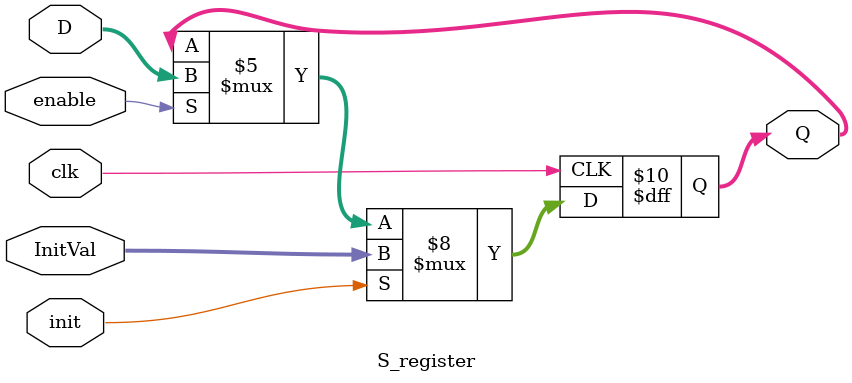
<source format=v>

module S_register(
input wire clk,
input wire [31:0]InitVal,
input wire [31:0]D,
output reg [31:0]Q,
input wire enable,
input wire init
);

always @(posedge clk)
begin
	if (init == 1'b1)
	begin
		Q <= InitVal;
	end
	else if (enable == 1'b1)
	begin
		Q <= D;
	end
	else
	begin
		Q <= Q;
	end
end

endmodule



</source>
